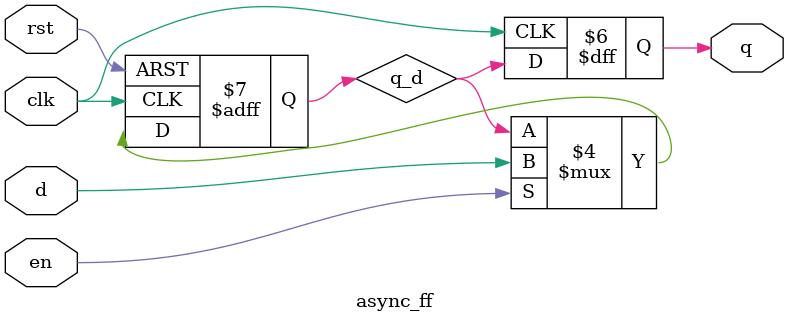
<source format=v>
module async_ff (
    input clk,
    input rst,
    input en,
    input d,
    output reg q
);

    reg q_d;

    always @ (posedge clk or negedge rst) begin
        if (!rst) begin
            q_d <= 1'b0;
        end else if (en) begin
            q_d <= d;
        end
    end

    always @ (posedge clk) begin
        q <= q_d;
    end

endmodule
</source>
